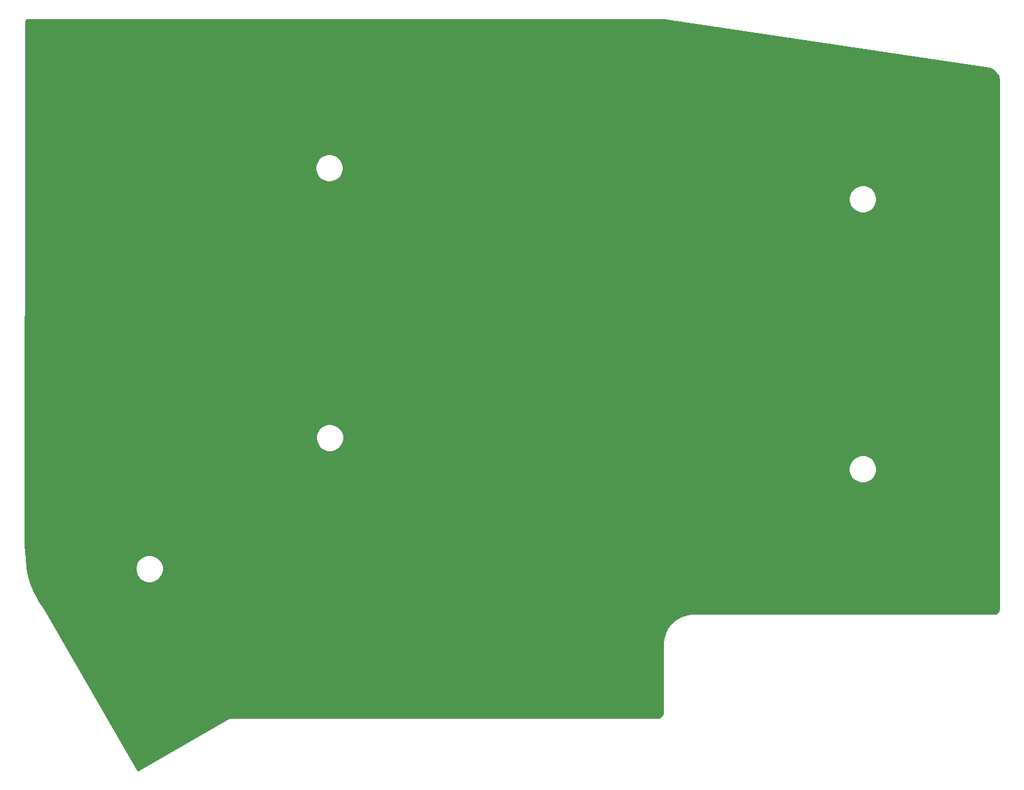
<source format=gbl>
G04 #@! TF.GenerationSoftware,KiCad,Pcbnew,(5.1.8)-1*
G04 #@! TF.CreationDate,2021-02-14T00:26:12+02:00*
G04 #@! TF.ProjectId,FR4_Bottom_Plate,4652345f-426f-4747-946f-6d5f506c6174,0.95*
G04 #@! TF.SameCoordinates,Original*
G04 #@! TF.FileFunction,Copper,L2,Bot*
G04 #@! TF.FilePolarity,Positive*
%FSLAX46Y46*%
G04 Gerber Fmt 4.6, Leading zero omitted, Abs format (unit mm)*
G04 Created by KiCad (PCBNEW (5.1.8)-1) date 2021-02-14 00:26:12*
%MOMM*%
%LPD*%
G01*
G04 APERTURE LIST*
G04 #@! TA.AperFunction,NonConductor*
%ADD10C,0.254000*%
G04 #@! TD*
G04 #@! TA.AperFunction,NonConductor*
%ADD11C,0.100000*%
G04 #@! TD*
G04 APERTURE END LIST*
D10*
X217576499Y-43331674D02*
X218103023Y-43585272D01*
X218558348Y-43983661D01*
X218820095Y-44434950D01*
X218969920Y-44959338D01*
X218969921Y-119640980D01*
X218945527Y-119844869D01*
X218899450Y-119993469D01*
X218829626Y-120122193D01*
X218736622Y-120234938D01*
X218623879Y-120327940D01*
X218495153Y-120397765D01*
X218357908Y-120440322D01*
X218148916Y-120458560D01*
X175790942Y-120458596D01*
X175790165Y-120458443D01*
X175718624Y-120458596D01*
X175683243Y-120458596D01*
X175682458Y-120458673D01*
X175681663Y-120458675D01*
X175646218Y-120462243D01*
X175575263Y-120469231D01*
X175574506Y-120469461D01*
X174974368Y-120529866D01*
X174936611Y-120530098D01*
X174867053Y-120544379D01*
X174797621Y-120558345D01*
X174762778Y-120572865D01*
X174173138Y-120755701D01*
X174137599Y-120762997D01*
X174037612Y-120805134D01*
X174037601Y-120805140D01*
X174004173Y-120819228D01*
X173974142Y-120839562D01*
X173912498Y-120873000D01*
X173900000Y-120873000D01*
X173875224Y-120875440D01*
X173851399Y-120882667D01*
X173829443Y-120894403D01*
X173810197Y-120910197D01*
X173794403Y-120929443D01*
X173788670Y-120940168D01*
X173444237Y-121127000D01*
X173411981Y-121140456D01*
X173380754Y-121161435D01*
X173379587Y-121162068D01*
X173350911Y-121181484D01*
X173321917Y-121200963D01*
X173320884Y-121201815D01*
X173289742Y-121222901D01*
X173265186Y-121247761D01*
X172805461Y-121626988D01*
X172776787Y-121646043D01*
X172749757Y-121672938D01*
X172748325Y-121674119D01*
X172724091Y-121698475D01*
X172699872Y-121722573D01*
X172698697Y-121723997D01*
X172671796Y-121751034D01*
X172652739Y-121779711D01*
X172273518Y-122239428D01*
X172248654Y-122263989D01*
X172227564Y-122295137D01*
X172226716Y-122296165D01*
X172207282Y-122325091D01*
X172187821Y-122353834D01*
X172187188Y-122355001D01*
X172166208Y-122386229D01*
X172152751Y-122418487D01*
X171865321Y-122948380D01*
X171844980Y-122978420D01*
X171802842Y-123078406D01*
X171802840Y-123078414D01*
X171788750Y-123111847D01*
X171781456Y-123147377D01*
X171602401Y-123724826D01*
X171591991Y-123747558D01*
X171581009Y-123793816D01*
X171577673Y-123804574D01*
X171572672Y-123828932D01*
X171566928Y-123853126D01*
X171565413Y-123864288D01*
X171555851Y-123910859D01*
X171555697Y-123935859D01*
X171473813Y-124539065D01*
X171469872Y-124552051D01*
X171464090Y-124610692D01*
X171461044Y-124633129D01*
X171460548Y-124646608D01*
X171459225Y-124660029D01*
X171459222Y-124682670D01*
X171457057Y-124741557D01*
X171459214Y-124754956D01*
X171458085Y-134387762D01*
X171439602Y-134557799D01*
X171394711Y-134702571D01*
X171324885Y-134831299D01*
X171231883Y-134944044D01*
X171119139Y-135037046D01*
X170990413Y-135106871D01*
X170848459Y-135150887D01*
X170656186Y-135170240D01*
X110379654Y-135170240D01*
X110367269Y-135168210D01*
X110307383Y-135170240D01*
X110283715Y-135170240D01*
X110271294Y-135171463D01*
X110222569Y-135173115D01*
X110199410Y-135178543D01*
X110175735Y-135180875D01*
X110129077Y-135195029D01*
X110081607Y-135206155D01*
X110059951Y-135215998D01*
X110037187Y-135222903D01*
X109994182Y-135245890D01*
X109982828Y-135251050D01*
X109962362Y-135262898D01*
X109909500Y-135291153D01*
X109899795Y-135299118D01*
X97254713Y-142619334D01*
X84184173Y-119824826D01*
X84179081Y-119816678D01*
X83433505Y-118718200D01*
X82635210Y-117333018D01*
X82115860Y-116152679D01*
X81869452Y-115213983D01*
X81627709Y-114005268D01*
X81619773Y-113913995D01*
X96909900Y-113913995D01*
X96909900Y-114305005D01*
X96986182Y-114688503D01*
X97135815Y-115049750D01*
X97353049Y-115374864D01*
X97629536Y-115651351D01*
X97954650Y-115868585D01*
X98315897Y-116018218D01*
X98699395Y-116094500D01*
X99090405Y-116094500D01*
X99473903Y-116018218D01*
X99835150Y-115868585D01*
X100160264Y-115651351D01*
X100436751Y-115374864D01*
X100653985Y-115049750D01*
X100803618Y-114688503D01*
X100879900Y-114305005D01*
X100879900Y-113913995D01*
X100803618Y-113530497D01*
X100653985Y-113169250D01*
X100436751Y-112844136D01*
X100160264Y-112567649D01*
X99835150Y-112350415D01*
X99473903Y-112200782D01*
X99090405Y-112124500D01*
X98699395Y-112124500D01*
X98315897Y-112200782D01*
X97954650Y-112350415D01*
X97629536Y-112567649D01*
X97353049Y-112844136D01*
X97135815Y-113169250D01*
X96986182Y-113530497D01*
X96909900Y-113913995D01*
X81619773Y-113913995D01*
X81504553Y-112588962D01*
X81442017Y-111776000D01*
X81380014Y-110597942D01*
X81388093Y-99804495D01*
X197715000Y-99804495D01*
X197715000Y-100195505D01*
X197791282Y-100579003D01*
X197940915Y-100940250D01*
X198158149Y-101265364D01*
X198434636Y-101541851D01*
X198759750Y-101759085D01*
X199120997Y-101908718D01*
X199504495Y-101985000D01*
X199895505Y-101985000D01*
X200279003Y-101908718D01*
X200640250Y-101759085D01*
X200965364Y-101541851D01*
X201241851Y-101265364D01*
X201459085Y-100940250D01*
X201608718Y-100579003D01*
X201685000Y-100195505D01*
X201685000Y-99804495D01*
X201608718Y-99420997D01*
X201459085Y-99059750D01*
X201241851Y-98734636D01*
X200965364Y-98458149D01*
X200640250Y-98240915D01*
X200279003Y-98091282D01*
X199895505Y-98015000D01*
X199504495Y-98015000D01*
X199120997Y-98091282D01*
X198759750Y-98240915D01*
X198434636Y-98458149D01*
X198158149Y-98734636D01*
X197940915Y-99059750D01*
X197791282Y-99420997D01*
X197715000Y-99804495D01*
X81388093Y-99804495D01*
X81391411Y-95371995D01*
X122411500Y-95371995D01*
X122411500Y-95763005D01*
X122487782Y-96146503D01*
X122637415Y-96507750D01*
X122854649Y-96832864D01*
X123131136Y-97109351D01*
X123456250Y-97326585D01*
X123817497Y-97476218D01*
X124200995Y-97552500D01*
X124592005Y-97552500D01*
X124975503Y-97476218D01*
X125336750Y-97326585D01*
X125661864Y-97109351D01*
X125938351Y-96832864D01*
X126155585Y-96507750D01*
X126305218Y-96146503D01*
X126381500Y-95763005D01*
X126381500Y-95371995D01*
X126305218Y-94988497D01*
X126155585Y-94627250D01*
X125938351Y-94302136D01*
X125661864Y-94025649D01*
X125336750Y-93808415D01*
X124975503Y-93658782D01*
X124592005Y-93582500D01*
X124200995Y-93582500D01*
X123817497Y-93658782D01*
X123456250Y-93808415D01*
X123131136Y-94025649D01*
X122854649Y-94302136D01*
X122637415Y-94627250D01*
X122487782Y-94988497D01*
X122411500Y-95371995D01*
X81391411Y-95371995D01*
X81416689Y-61604495D01*
X197715000Y-61604495D01*
X197715000Y-61995505D01*
X197791282Y-62379003D01*
X197940915Y-62740250D01*
X198158149Y-63065364D01*
X198434636Y-63341851D01*
X198759750Y-63559085D01*
X199120997Y-63708718D01*
X199504495Y-63785000D01*
X199895505Y-63785000D01*
X200279003Y-63708718D01*
X200640250Y-63559085D01*
X200965364Y-63341851D01*
X201241851Y-63065364D01*
X201459085Y-62740250D01*
X201608718Y-62379003D01*
X201685000Y-61995505D01*
X201685000Y-61604495D01*
X201608718Y-61220997D01*
X201459085Y-60859750D01*
X201241851Y-60534636D01*
X200965364Y-60258149D01*
X200640250Y-60040915D01*
X200279003Y-59891282D01*
X199895505Y-59815000D01*
X199504495Y-59815000D01*
X199120997Y-59891282D01*
X198759750Y-60040915D01*
X198434636Y-60258149D01*
X198158149Y-60534636D01*
X197940915Y-60859750D01*
X197791282Y-61220997D01*
X197715000Y-61604495D01*
X81416689Y-61604495D01*
X81419976Y-57213575D01*
X122340380Y-57213575D01*
X122340380Y-57604585D01*
X122416662Y-57988083D01*
X122566295Y-58349330D01*
X122783529Y-58674444D01*
X123060016Y-58950931D01*
X123385130Y-59168165D01*
X123746377Y-59317798D01*
X124129875Y-59394080D01*
X124520885Y-59394080D01*
X124904383Y-59317798D01*
X125265630Y-59168165D01*
X125590744Y-58950931D01*
X125867231Y-58674444D01*
X126084465Y-58349330D01*
X126234098Y-57988083D01*
X126310380Y-57604585D01*
X126310380Y-57213575D01*
X126234098Y-56830077D01*
X126084465Y-56468830D01*
X125867231Y-56143716D01*
X125590744Y-55867229D01*
X125265630Y-55649995D01*
X124904383Y-55500362D01*
X124520885Y-55424080D01*
X124129875Y-55424080D01*
X123746377Y-55500362D01*
X123385130Y-55649995D01*
X123060016Y-55867229D01*
X122783529Y-56143716D01*
X122566295Y-56468830D01*
X122416662Y-56830077D01*
X122340380Y-57213575D01*
X81419976Y-57213575D01*
X81435271Y-36782044D01*
X81446047Y-36676348D01*
X81464005Y-36618434D01*
X81492365Y-36566151D01*
X81530442Y-36519991D01*
X81576597Y-36481918D01*
X81628884Y-36453556D01*
X81686137Y-36435803D01*
X81791100Y-36425298D01*
X171649036Y-36422001D01*
X217576499Y-43331674D01*
G04 #@! TA.AperFunction,NonConductor*
D11*
G36*
X217576499Y-43331674D02*
G01*
X218103023Y-43585272D01*
X218558348Y-43983661D01*
X218820095Y-44434950D01*
X218969920Y-44959338D01*
X218969921Y-119640980D01*
X218945527Y-119844869D01*
X218899450Y-119993469D01*
X218829626Y-120122193D01*
X218736622Y-120234938D01*
X218623879Y-120327940D01*
X218495153Y-120397765D01*
X218357908Y-120440322D01*
X218148916Y-120458560D01*
X175790942Y-120458596D01*
X175790165Y-120458443D01*
X175718624Y-120458596D01*
X175683243Y-120458596D01*
X175682458Y-120458673D01*
X175681663Y-120458675D01*
X175646218Y-120462243D01*
X175575263Y-120469231D01*
X175574506Y-120469461D01*
X174974368Y-120529866D01*
X174936611Y-120530098D01*
X174867053Y-120544379D01*
X174797621Y-120558345D01*
X174762778Y-120572865D01*
X174173138Y-120755701D01*
X174137599Y-120762997D01*
X174037612Y-120805134D01*
X174037601Y-120805140D01*
X174004173Y-120819228D01*
X173974142Y-120839562D01*
X173912498Y-120873000D01*
X173900000Y-120873000D01*
X173875224Y-120875440D01*
X173851399Y-120882667D01*
X173829443Y-120894403D01*
X173810197Y-120910197D01*
X173794403Y-120929443D01*
X173788670Y-120940168D01*
X173444237Y-121127000D01*
X173411981Y-121140456D01*
X173380754Y-121161435D01*
X173379587Y-121162068D01*
X173350911Y-121181484D01*
X173321917Y-121200963D01*
X173320884Y-121201815D01*
X173289742Y-121222901D01*
X173265186Y-121247761D01*
X172805461Y-121626988D01*
X172776787Y-121646043D01*
X172749757Y-121672938D01*
X172748325Y-121674119D01*
X172724091Y-121698475D01*
X172699872Y-121722573D01*
X172698697Y-121723997D01*
X172671796Y-121751034D01*
X172652739Y-121779711D01*
X172273518Y-122239428D01*
X172248654Y-122263989D01*
X172227564Y-122295137D01*
X172226716Y-122296165D01*
X172207282Y-122325091D01*
X172187821Y-122353834D01*
X172187188Y-122355001D01*
X172166208Y-122386229D01*
X172152751Y-122418487D01*
X171865321Y-122948380D01*
X171844980Y-122978420D01*
X171802842Y-123078406D01*
X171802840Y-123078414D01*
X171788750Y-123111847D01*
X171781456Y-123147377D01*
X171602401Y-123724826D01*
X171591991Y-123747558D01*
X171581009Y-123793816D01*
X171577673Y-123804574D01*
X171572672Y-123828932D01*
X171566928Y-123853126D01*
X171565413Y-123864288D01*
X171555851Y-123910859D01*
X171555697Y-123935859D01*
X171473813Y-124539065D01*
X171469872Y-124552051D01*
X171464090Y-124610692D01*
X171461044Y-124633129D01*
X171460548Y-124646608D01*
X171459225Y-124660029D01*
X171459222Y-124682670D01*
X171457057Y-124741557D01*
X171459214Y-124754956D01*
X171458085Y-134387762D01*
X171439602Y-134557799D01*
X171394711Y-134702571D01*
X171324885Y-134831299D01*
X171231883Y-134944044D01*
X171119139Y-135037046D01*
X170990413Y-135106871D01*
X170848459Y-135150887D01*
X170656186Y-135170240D01*
X110379654Y-135170240D01*
X110367269Y-135168210D01*
X110307383Y-135170240D01*
X110283715Y-135170240D01*
X110271294Y-135171463D01*
X110222569Y-135173115D01*
X110199410Y-135178543D01*
X110175735Y-135180875D01*
X110129077Y-135195029D01*
X110081607Y-135206155D01*
X110059951Y-135215998D01*
X110037187Y-135222903D01*
X109994182Y-135245890D01*
X109982828Y-135251050D01*
X109962362Y-135262898D01*
X109909500Y-135291153D01*
X109899795Y-135299118D01*
X97254713Y-142619334D01*
X84184173Y-119824826D01*
X84179081Y-119816678D01*
X83433505Y-118718200D01*
X82635210Y-117333018D01*
X82115860Y-116152679D01*
X81869452Y-115213983D01*
X81627709Y-114005268D01*
X81619773Y-113913995D01*
X96909900Y-113913995D01*
X96909900Y-114305005D01*
X96986182Y-114688503D01*
X97135815Y-115049750D01*
X97353049Y-115374864D01*
X97629536Y-115651351D01*
X97954650Y-115868585D01*
X98315897Y-116018218D01*
X98699395Y-116094500D01*
X99090405Y-116094500D01*
X99473903Y-116018218D01*
X99835150Y-115868585D01*
X100160264Y-115651351D01*
X100436751Y-115374864D01*
X100653985Y-115049750D01*
X100803618Y-114688503D01*
X100879900Y-114305005D01*
X100879900Y-113913995D01*
X100803618Y-113530497D01*
X100653985Y-113169250D01*
X100436751Y-112844136D01*
X100160264Y-112567649D01*
X99835150Y-112350415D01*
X99473903Y-112200782D01*
X99090405Y-112124500D01*
X98699395Y-112124500D01*
X98315897Y-112200782D01*
X97954650Y-112350415D01*
X97629536Y-112567649D01*
X97353049Y-112844136D01*
X97135815Y-113169250D01*
X96986182Y-113530497D01*
X96909900Y-113913995D01*
X81619773Y-113913995D01*
X81504553Y-112588962D01*
X81442017Y-111776000D01*
X81380014Y-110597942D01*
X81388093Y-99804495D01*
X197715000Y-99804495D01*
X197715000Y-100195505D01*
X197791282Y-100579003D01*
X197940915Y-100940250D01*
X198158149Y-101265364D01*
X198434636Y-101541851D01*
X198759750Y-101759085D01*
X199120997Y-101908718D01*
X199504495Y-101985000D01*
X199895505Y-101985000D01*
X200279003Y-101908718D01*
X200640250Y-101759085D01*
X200965364Y-101541851D01*
X201241851Y-101265364D01*
X201459085Y-100940250D01*
X201608718Y-100579003D01*
X201685000Y-100195505D01*
X201685000Y-99804495D01*
X201608718Y-99420997D01*
X201459085Y-99059750D01*
X201241851Y-98734636D01*
X200965364Y-98458149D01*
X200640250Y-98240915D01*
X200279003Y-98091282D01*
X199895505Y-98015000D01*
X199504495Y-98015000D01*
X199120997Y-98091282D01*
X198759750Y-98240915D01*
X198434636Y-98458149D01*
X198158149Y-98734636D01*
X197940915Y-99059750D01*
X197791282Y-99420997D01*
X197715000Y-99804495D01*
X81388093Y-99804495D01*
X81391411Y-95371995D01*
X122411500Y-95371995D01*
X122411500Y-95763005D01*
X122487782Y-96146503D01*
X122637415Y-96507750D01*
X122854649Y-96832864D01*
X123131136Y-97109351D01*
X123456250Y-97326585D01*
X123817497Y-97476218D01*
X124200995Y-97552500D01*
X124592005Y-97552500D01*
X124975503Y-97476218D01*
X125336750Y-97326585D01*
X125661864Y-97109351D01*
X125938351Y-96832864D01*
X126155585Y-96507750D01*
X126305218Y-96146503D01*
X126381500Y-95763005D01*
X126381500Y-95371995D01*
X126305218Y-94988497D01*
X126155585Y-94627250D01*
X125938351Y-94302136D01*
X125661864Y-94025649D01*
X125336750Y-93808415D01*
X124975503Y-93658782D01*
X124592005Y-93582500D01*
X124200995Y-93582500D01*
X123817497Y-93658782D01*
X123456250Y-93808415D01*
X123131136Y-94025649D01*
X122854649Y-94302136D01*
X122637415Y-94627250D01*
X122487782Y-94988497D01*
X122411500Y-95371995D01*
X81391411Y-95371995D01*
X81416689Y-61604495D01*
X197715000Y-61604495D01*
X197715000Y-61995505D01*
X197791282Y-62379003D01*
X197940915Y-62740250D01*
X198158149Y-63065364D01*
X198434636Y-63341851D01*
X198759750Y-63559085D01*
X199120997Y-63708718D01*
X199504495Y-63785000D01*
X199895505Y-63785000D01*
X200279003Y-63708718D01*
X200640250Y-63559085D01*
X200965364Y-63341851D01*
X201241851Y-63065364D01*
X201459085Y-62740250D01*
X201608718Y-62379003D01*
X201685000Y-61995505D01*
X201685000Y-61604495D01*
X201608718Y-61220997D01*
X201459085Y-60859750D01*
X201241851Y-60534636D01*
X200965364Y-60258149D01*
X200640250Y-60040915D01*
X200279003Y-59891282D01*
X199895505Y-59815000D01*
X199504495Y-59815000D01*
X199120997Y-59891282D01*
X198759750Y-60040915D01*
X198434636Y-60258149D01*
X198158149Y-60534636D01*
X197940915Y-60859750D01*
X197791282Y-61220997D01*
X197715000Y-61604495D01*
X81416689Y-61604495D01*
X81419976Y-57213575D01*
X122340380Y-57213575D01*
X122340380Y-57604585D01*
X122416662Y-57988083D01*
X122566295Y-58349330D01*
X122783529Y-58674444D01*
X123060016Y-58950931D01*
X123385130Y-59168165D01*
X123746377Y-59317798D01*
X124129875Y-59394080D01*
X124520885Y-59394080D01*
X124904383Y-59317798D01*
X125265630Y-59168165D01*
X125590744Y-58950931D01*
X125867231Y-58674444D01*
X126084465Y-58349330D01*
X126234098Y-57988083D01*
X126310380Y-57604585D01*
X126310380Y-57213575D01*
X126234098Y-56830077D01*
X126084465Y-56468830D01*
X125867231Y-56143716D01*
X125590744Y-55867229D01*
X125265630Y-55649995D01*
X124904383Y-55500362D01*
X124520885Y-55424080D01*
X124129875Y-55424080D01*
X123746377Y-55500362D01*
X123385130Y-55649995D01*
X123060016Y-55867229D01*
X122783529Y-56143716D01*
X122566295Y-56468830D01*
X122416662Y-56830077D01*
X122340380Y-57213575D01*
X81419976Y-57213575D01*
X81435271Y-36782044D01*
X81446047Y-36676348D01*
X81464005Y-36618434D01*
X81492365Y-36566151D01*
X81530442Y-36519991D01*
X81576597Y-36481918D01*
X81628884Y-36453556D01*
X81686137Y-36435803D01*
X81791100Y-36425298D01*
X171649036Y-36422001D01*
X217576499Y-43331674D01*
G37*
G04 #@! TD.AperFunction*
M02*

</source>
